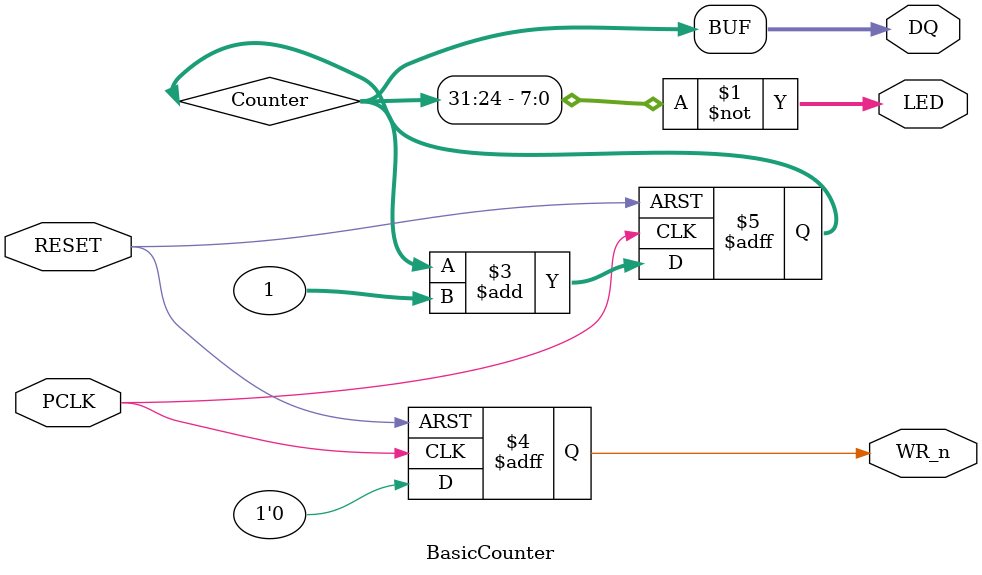
<source format=v>
`timescale 1ns / 1ps


module BasicCounter(
    input PCLK,
    input RESET,
    output reg WR_n,
    output [31:0] DQ,
    output [7:0] LED
    );

reg [31:0] Counter;

// Put key signals on LEDs for DEBUG, ~ since LED is ON when signal is low
assign LED = ~Counter[31:24];
assign DQ = Counter;

always @ (posedge PCLK or posedge RESET) begin
	if (RESET) begin
		WR_n <= 1;		// Disable writes
		Counter <= 0;
	end
	else begin
		WR_n <= 0;
		Counter <= Counter + 1;
	end
end


endmodule

</source>
